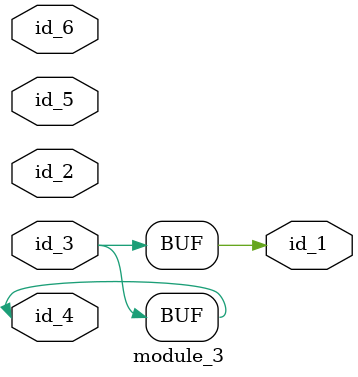
<source format=v>
module module_0 ();
  genvar id_1;
  wire id_2;
  module_2 modCall_1 ();
endmodule
module module_1 (
    output wor id_0
);
  assign id_0 = 1;
  module_0 modCall_1 ();
endmodule
module module_2;
  assign id_1 = id_1;
  assign module_3.id_1 = 0;
  wire id_2, id_3, id_4;
endmodule
module module_3 (
    id_1,
    id_2,
    id_3,
    id_4,
    id_5,
    id_6
);
  inout wire id_6;
  input wire id_5;
  inout wire id_4;
  input wire id_3;
  input wire id_2;
  output wire id_1;
  assign id_1 = id_3;
  parameter id_7 = id_6;
  parameter id_8 = -1'd0;
  tri id_9, id_10, id_11;
  assign id_1  = id_4;
  assign id_10 = 1 / id_3;
  wire id_12;
  module_2 modCall_1 ();
  wire id_13;
endmodule

</source>
